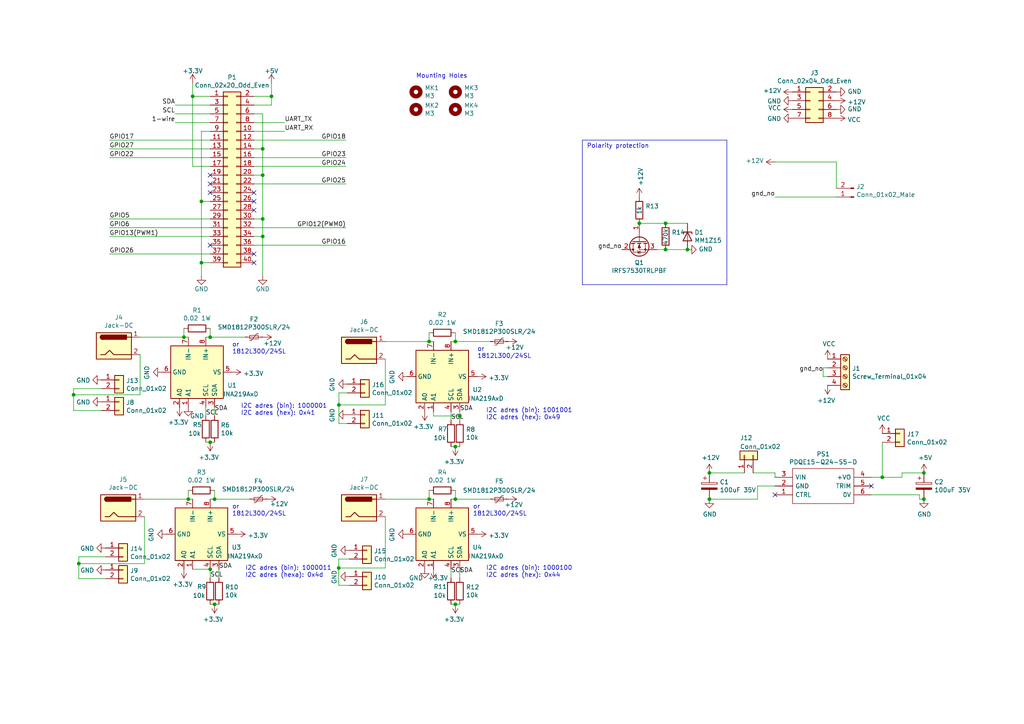
<source format=kicad_sch>
(kicad_sch (version 20230121) (generator eeschema)
  (paper "A4")
  (title_block (date "2020-11-18") (rev "4.1"))
  (lib_symbols
    (symbol "Connector:Conn_01x02_Pin" (pin_names (offset 1.016) hide)
      (property "Reference" "J" (at 0 2.54 0))
      (property "Value" "Conn_01x02_Pin" (at 0 -5.08 0))
      (symbol "Conn_01x02_Pin_1_1"
        (polyline (pts (xy 1.27 -2.54) (xy 0.8636 -2.54)) (stroke (width 0.1524)))
        (polyline (pts (xy 1.27 0) (xy 0.8636 0)) (stroke (width 0.1524)))
        (rectangle (start 0.8636 -2.413) (end 0 -2.667) (stroke (width 0.1524)) (fill (type outline)))
        (rectangle (start 0.8636 0.127) (end 0 -0.127) (stroke (width 0.1524)) (fill (type outline)))
        (pin passive line (at 5.08 0 180) (length 3.81) (name "Pin_1") (number "1"))
        (pin passive line (at 5.08 -2.54 180) (length 3.81) (name "Pin_2") (number "2"))
      )
    )
    (symbol "Connector:Jack-DC" (pin_names (offset 1.016))
      (property "Reference" "J" (at 0 5.334 0))
      (property "Value" "Jack-DC" (at 0 -5.08 0))
      (symbol "Jack-DC_0_1"
        (rectangle (start -5.08 3.81) (end 5.08 -3.81) (stroke (width 0.254)) (fill (type background)))
        (arc (start -3.302 3.175) (mid -3.9343 2.54) (end -3.302 1.905) (stroke (width 0.254)))
        (arc (start -3.302 3.175) (mid -3.9343 2.54) (end -3.302 1.905) (stroke (width 0.254)) (fill (type outline)))
        (polyline (pts (xy 5.08 2.54) (xy 3.81 2.54)) (stroke (width 0.254)))
        (polyline (pts (xy -3.81 -2.54) (xy -2.54 -2.54) (xy -1.27 -1.27) (xy 0 -2.54) (xy 2.54 -2.54) (xy 5.08 -2.54)) (stroke (width 0.254)))
        (rectangle (start 3.683 3.175) (end -3.302 1.905) (stroke (width 0.254)) (fill (type outline)))
      )
      (symbol "Jack-DC_1_1"
        (pin passive line (at 7.62 2.54 180) (length 2.54) (name "~") (number "1"))
        (pin passive line (at 7.62 -2.54 180) (length 2.54) (name "~") (number "2"))
      )
    )
    (symbol "Connector:Screw_Terminal_01x04" (pin_names (offset 1.016) hide)
      (property "Reference" "J" (at 0 5.08 0))
      (property "Value" "Screw_Terminal_01x04" (at 0 -7.62 0))
      (symbol "Screw_Terminal_01x04_1_1"
        (rectangle (start -1.27 3.81) (end 1.27 -6.35) (stroke (width 0.254)) (fill (type background)))
        (circle (center 0 -5.08) (radius 0.635) (stroke (width 0.1524)))
        (circle (center 0 -2.54) (radius 0.635) (stroke (width 0.1524)))
        (polyline (pts (xy -0.5334 -4.7498) (xy 0.3302 -5.588)) (stroke (width 0.1524)))
        (polyline (pts (xy -0.5334 -2.2098) (xy 0.3302 -3.048)) (stroke (width 0.1524)))
        (polyline (pts (xy -0.5334 0.3302) (xy 0.3302 -0.508)) (stroke (width 0.1524)))
        (polyline (pts (xy -0.5334 2.8702) (xy 0.3302 2.032)) (stroke (width 0.1524)))
        (polyline (pts (xy -0.3556 -4.572) (xy 0.508 -5.4102)) (stroke (width 0.1524)))
        (polyline (pts (xy -0.3556 -2.032) (xy 0.508 -2.8702)) (stroke (width 0.1524)))
        (polyline (pts (xy -0.3556 0.508) (xy 0.508 -0.3302)) (stroke (width 0.1524)))
        (polyline (pts (xy -0.3556 3.048) (xy 0.508 2.2098)) (stroke (width 0.1524)))
        (circle (center 0 0) (radius 0.635) (stroke (width 0.1524)))
        (circle (center 0 2.54) (radius 0.635) (stroke (width 0.1524)))
        (pin passive line (at -5.08 2.54 0) (length 3.81) (name "Pin_1") (number "1"))
        (pin passive line (at -5.08 0 0) (length 3.81) (name "Pin_2") (number "2"))
        (pin passive line (at -5.08 -2.54 0) (length 3.81) (name "Pin_3") (number "3"))
        (pin passive line (at -5.08 -5.08 0) (length 3.81) (name "Pin_4") (number "4"))
      )
    )
    (symbol "Connector_Generic:Conn_01x02" (pin_names (offset 1.016) hide)
      (property "Reference" "J" (at 0 2.54 0))
      (property "Value" "Conn_01x02" (at 0 -5.08 0))
      (symbol "Conn_01x02_1_1"
        (rectangle (start -1.27 -2.413) (end 0 -2.667) (stroke (width 0.1524)))
        (rectangle (start -1.27 0.127) (end 0 -0.127) (stroke (width 0.1524)))
        (rectangle (start -1.27 1.27) (end 1.27 -3.81) (stroke (width 0.254)) (fill (type background)))
        (pin passive line (at -5.08 0 0) (length 3.81) (name "Pin_1") (number "1"))
        (pin passive line (at -5.08 -2.54 0) (length 3.81) (name "Pin_2") (number "2"))
      )
    )
    (symbol "Connector_Generic:Conn_02x04_Odd_Even" (pin_names (offset 1.016) hide)
      (property "Reference" "J" (at 1.27 5.08 0))
      (property "Value" "Conn_02x04_Odd_Even" (at 1.27 -7.62 0))
      (symbol "Conn_02x04_Odd_Even_1_1"
        (rectangle (start -1.27 -4.953) (end 0 -5.207) (stroke (width 0.1524)))
        (rectangle (start -1.27 -2.413) (end 0 -2.667) (stroke (width 0.1524)))
        (rectangle (start -1.27 0.127) (end 0 -0.127) (stroke (width 0.1524)))
        (rectangle (start -1.27 2.667) (end 0 2.413) (stroke (width 0.1524)))
        (rectangle (start -1.27 3.81) (end 3.81 -6.35) (stroke (width 0.254)) (fill (type background)))
        (rectangle (start 3.81 -4.953) (end 2.54 -5.207) (stroke (width 0.1524)))
        (rectangle (start 3.81 -2.413) (end 2.54 -2.667) (stroke (width 0.1524)))
        (rectangle (start 3.81 0.127) (end 2.54 -0.127) (stroke (width 0.1524)))
        (rectangle (start 3.81 2.667) (end 2.54 2.413) (stroke (width 0.1524)))
        (pin passive line (at -5.08 2.54 0) (length 3.81) (name "Pin_1") (number "1"))
        (pin passive line (at 7.62 2.54 180) (length 3.81) (name "Pin_2") (number "2"))
        (pin passive line (at -5.08 0 0) (length 3.81) (name "Pin_3") (number "3"))
        (pin passive line (at 7.62 0 180) (length 3.81) (name "Pin_4") (number "4"))
        (pin passive line (at -5.08 -2.54 0) (length 3.81) (name "Pin_5") (number "5"))
        (pin passive line (at 7.62 -2.54 180) (length 3.81) (name "Pin_6") (number "6"))
        (pin passive line (at -5.08 -5.08 0) (length 3.81) (name "Pin_7") (number "7"))
        (pin passive line (at 7.62 -5.08 180) (length 3.81) (name "Pin_8") (number "8"))
      )
    )
    (symbol "Connector_Generic:Conn_02x20_Odd_Even" (pin_names (offset 1.016) hide)
      (property "Reference" "J" (at 1.27 25.4 0))
      (property "Value" "Conn_02x20_Odd_Even" (at 1.27 -27.94 0))
      (symbol "Conn_02x20_Odd_Even_1_1"
        (rectangle (start -1.27 -25.273) (end 0 -25.527) (stroke (width 0.1524)))
        (rectangle (start -1.27 -22.733) (end 0 -22.987) (stroke (width 0.1524)))
        (rectangle (start -1.27 -20.193) (end 0 -20.447) (stroke (width 0.1524)))
        (rectangle (start -1.27 -17.653) (end 0 -17.907) (stroke (width 0.1524)))
        (rectangle (start -1.27 -15.113) (end 0 -15.367) (stroke (width 0.1524)))
        (rectangle (start -1.27 -12.573) (end 0 -12.827) (stroke (width 0.1524)))
        (rectangle (start -1.27 -10.033) (end 0 -10.287) (stroke (width 0.1524)))
        (rectangle (start -1.27 -7.493) (end 0 -7.747) (stroke (width 0.1524)))
        (rectangle (start -1.27 -4.953) (end 0 -5.207) (stroke (width 0.1524)))
        (rectangle (start -1.27 -2.413) (end 0 -2.667) (stroke (width 0.1524)))
        (rectangle (start -1.27 0.127) (end 0 -0.127) (stroke (width 0.1524)))
        (rectangle (start -1.27 2.667) (end 0 2.413) (stroke (width 0.1524)))
        (rectangle (start -1.27 5.207) (end 0 4.953) (stroke (width 0.1524)))
        (rectangle (start -1.27 7.747) (end 0 7.493) (stroke (width 0.1524)))
        (rectangle (start -1.27 10.287) (end 0 10.033) (stroke (width 0.1524)))
        (rectangle (start -1.27 12.827) (end 0 12.573) (stroke (width 0.1524)))
        (rectangle (start -1.27 15.367) (end 0 15.113) (stroke (width 0.1524)))
        (rectangle (start -1.27 17.907) (end 0 17.653) (stroke (width 0.1524)))
        (rectangle (start -1.27 20.447) (end 0 20.193) (stroke (width 0.1524)))
        (rectangle (start -1.27 22.987) (end 0 22.733) (stroke (width 0.1524)))
        (rectangle (start -1.27 24.13) (end 3.81 -26.67) (stroke (width 0.254)) (fill (type background)))
        (rectangle (start 3.81 -25.273) (end 2.54 -25.527) (stroke (width 0.1524)))
        (rectangle (start 3.81 -22.733) (end 2.54 -22.987) (stroke (width 0.1524)))
        (rectangle (start 3.81 -20.193) (end 2.54 -20.447) (stroke (width 0.1524)))
        (rectangle (start 3.81 -17.653) (end 2.54 -17.907) (stroke (width 0.1524)))
        (rectangle (start 3.81 -15.113) (end 2.54 -15.367) (stroke (width 0.1524)))
        (rectangle (start 3.81 -12.573) (end 2.54 -12.827) (stroke (width 0.1524)))
        (rectangle (start 3.81 -10.033) (end 2.54 -10.287) (stroke (width 0.1524)))
        (rectangle (start 3.81 -7.493) (end 2.54 -7.747) (stroke (width 0.1524)))
        (rectangle (start 3.81 -4.953) (end 2.54 -5.207) (stroke (width 0.1524)))
        (rectangle (start 3.81 -2.413) (end 2.54 -2.667) (stroke (width 0.1524)))
        (rectangle (start 3.81 0.127) (end 2.54 -0.127) (stroke (width 0.1524)))
        (rectangle (start 3.81 2.667) (end 2.54 2.413) (stroke (width 0.1524)))
        (rectangle (start 3.81 5.207) (end 2.54 4.953) (stroke (width 0.1524)))
        (rectangle (start 3.81 7.747) (end 2.54 7.493) (stroke (width 0.1524)))
        (rectangle (start 3.81 10.287) (end 2.54 10.033) (stroke (width 0.1524)))
        (rectangle (start 3.81 12.827) (end 2.54 12.573) (stroke (width 0.1524)))
        (rectangle (start 3.81 15.367) (end 2.54 15.113) (stroke (width 0.1524)))
        (rectangle (start 3.81 17.907) (end 2.54 17.653) (stroke (width 0.1524)))
        (rectangle (start 3.81 20.447) (end 2.54 20.193) (stroke (width 0.1524)))
        (rectangle (start 3.81 22.987) (end 2.54 22.733) (stroke (width 0.1524)))
        (pin passive line (at -5.08 22.86 0) (length 3.81) (name "Pin_1") (number "1"))
        (pin passive line (at 7.62 12.7 180) (length 3.81) (name "Pin_10") (number "10"))
        (pin passive line (at -5.08 10.16 0) (length 3.81) (name "Pin_11") (number "11"))
        (pin passive line (at 7.62 10.16 180) (length 3.81) (name "Pin_12") (number "12"))
        (pin passive line (at -5.08 7.62 0) (length 3.81) (name "Pin_13") (number "13"))
        (pin passive line (at 7.62 7.62 180) (length 3.81) (name "Pin_14") (number "14"))
        (pin passive line (at -5.08 5.08 0) (length 3.81) (name "Pin_15") (number "15"))
        (pin passive line (at 7.62 5.08 180) (length 3.81) (name "Pin_16") (number "16"))
        (pin passive line (at -5.08 2.54 0) (length 3.81) (name "Pin_17") (number "17"))
        (pin passive line (at 7.62 2.54 180) (length 3.81) (name "Pin_18") (number "18"))
        (pin passive line (at -5.08 0 0) (length 3.81) (name "Pin_19") (number "19"))
        (pin passive line (at 7.62 22.86 180) (length 3.81) (name "Pin_2") (number "2"))
        (pin passive line (at 7.62 0 180) (length 3.81) (name "Pin_20") (number "20"))
        (pin passive line (at -5.08 -2.54 0) (length 3.81) (name "Pin_21") (number "21"))
        (pin passive line (at 7.62 -2.54 180) (length 3.81) (name "Pin_22") (number "22"))
        (pin passive line (at -5.08 -5.08 0) (length 3.81) (name "Pin_23") (number "23"))
        (pin passive line (at 7.62 -5.08 180) (length 3.81) (name "Pin_24") (number "24"))
        (pin passive line (at -5.08 -7.62 0) (length 3.81) (name "Pin_25") (number "25"))
        (pin passive line (at 7.62 -7.62 180) (length 3.81) (name "Pin_26") (number "26"))
        (pin passive line (at -5.08 -10.16 0) (length 3.81) (name "Pin_27") (number "27"))
        (pin passive line (at 7.62 -10.16 180) (length 3.81) (name "Pin_28") (number "28"))
        (pin passive line (at -5.08 -12.7 0) (length 3.81) (name "Pin_29") (number "29"))
        (pin passive line (at -5.08 20.32 0) (length 3.81) (name "Pin_3") (number "3"))
        (pin passive line (at 7.62 -12.7 180) (length 3.81) (name "Pin_30") (number "30"))
        (pin passive line (at -5.08 -15.24 0) (length 3.81) (name "Pin_31") (number "31"))
        (pin passive line (at 7.62 -15.24 180) (length 3.81) (name "Pin_32") (number "32"))
        (pin passive line (at -5.08 -17.78 0) (length 3.81) (name "Pin_33") (number "33"))
        (pin passive line (at 7.62 -17.78 180) (length 3.81) (name "Pin_34") (number "34"))
        (pin passive line (at -5.08 -20.32 0) (length 3.81) (name "Pin_35") (number "35"))
        (pin passive line (at 7.62 -20.32 180) (length 3.81) (name "Pin_36") (number "36"))
        (pin passive line (at -5.08 -22.86 0) (length 3.81) (name "Pin_37") (number "37"))
        (pin passive line (at 7.62 -22.86 180) (length 3.81) (name "Pin_38") (number "38"))
        (pin passive line (at -5.08 -25.4 0) (length 3.81) (name "Pin_39") (number "39"))
        (pin passive line (at 7.62 20.32 180) (length 3.81) (name "Pin_4") (number "4"))
        (pin passive line (at 7.62 -25.4 180) (length 3.81) (name "Pin_40") (number "40"))
        (pin passive line (at -5.08 17.78 0) (length 3.81) (name "Pin_5") (number "5"))
        (pin passive line (at 7.62 17.78 180) (length 3.81) (name "Pin_6") (number "6"))
        (pin passive line (at -5.08 15.24 0) (length 3.81) (name "Pin_7") (number "7"))
        (pin passive line (at 7.62 15.24 180) (length 3.81) (name "Pin_8") (number "8"))
        (pin passive line (at -5.08 12.7 0) (length 3.81) (name "Pin_9") (number "9"))
      )
    )
    (symbol "Device:C_Polarized" (pin_numbers hide) (pin_names (offset 0.254))
      (property "Reference" "C" (at 0.635 2.54 0))
      (property "Value" "C_Polarized" (at 0.635 -2.54 0))
      (symbol "C_Polarized_0_1"
        (rectangle (start -2.286 0.508) (end 2.286 1.016))
        (polyline (pts (xy -1.778 2.286) (xy -0.762 2.286)))
        (polyline (pts (xy -1.27 2.794) (xy -1.27 1.778)))
        (rectangle (start 2.286 -0.508) (end -2.286 -1.016) (fill (type outline)))
      )
      (symbol "C_Polarized_1_1"
        (pin passive line (at 0 3.81 270) (length 2.794) (name "~") (number "1"))
        (pin passive line (at 0 -3.81 90) (length 2.794) (name "~") (number "2"))
      )
    )
    (symbol "Device:D_Zener" (pin_numbers hide) (pin_names (offset 1.016) hide)
      (property "Reference" "D" (at 0 2.54 0))
      (property "Value" "D_Zener" (at 0 -2.54 0))
      (symbol "D_Zener_0_1"
        (polyline (pts (xy 1.27 0) (xy -1.27 0)))
        (polyline (pts (xy -1.27 -1.27) (xy -1.27 1.27) (xy -0.762 1.27)) (stroke (width 0.254)))
        (polyline (pts (xy 1.27 -1.27) (xy 1.27 1.27) (xy -1.27 0) (xy 1.27 -1.27)) (stroke (width 0.254)))
      )
      (symbol "D_Zener_1_1"
        (pin passive line (at -3.81 0 0) (length 2.54) (name "K") (number "1"))
        (pin passive line (at 3.81 0 180) (length 2.54) (name "A") (number "2"))
      )
    )
    (symbol "Device:Polyfuse_Small" (pin_numbers hide) (pin_names (offset 0))
      (property "Reference" "F" (at -1.905 0 90))
      (property "Value" "Polyfuse_Small" (at 1.905 0 90))
      (symbol "Polyfuse_Small_0_1"
        (rectangle (start -0.508 1.27) (end 0.508 -1.27))
        (polyline (pts (xy 0 2.54) (xy 0 -2.54)))
        (polyline (pts (xy -1.016 1.27) (xy -1.016 0.762) (xy 1.016 -0.762) (xy 1.016 -1.27)))
      )
      (symbol "Polyfuse_Small_1_1"
        (pin passive line (at 0 2.54 270) (length 0.635) (name "~") (number "1"))
        (pin passive line (at 0 -2.54 90) (length 0.635) (name "~") (number "2"))
      )
    )
    (symbol "Device:R" (pin_numbers hide) (pin_names (offset 0))
      (property "Reference" "R" (at 2.032 0 90))
      (property "Value" "R" (at 0 0 90))
      (symbol "R_0_1"
        (rectangle (start -1.016 -2.54) (end 1.016 2.54) (stroke (width 0.254)))
      )
      (symbol "R_1_1"
        (pin passive line (at 0 3.81 270) (length 1.27) (name "~") (number "1"))
        (pin passive line (at 0 -3.81 90) (length 1.27) (name "~") (number "2"))
      )
    )
    (symbol "PDQE15-Q24-S5-D:PDQE15-Q24-S5-D" (pin_names (offset 0.762))
      (property "Reference" "PS" (at 24.13 7.62 0))
      (property "Value" "PDQE15-Q24-S5-D" (at 24.13 5.08 0))
      (symbol "PDQE15-Q24-S5-D_0_0"
        (pin unspecified line (at 0 0 0) (length 5.08) (name "CTRL") (number "1"))
        (pin unspecified line (at 0 -2.54 0) (length 5.08) (name "GND") (number "2"))
        (pin unspecified line (at 0 -5.08 0) (length 5.08) (name "VIN") (number "3"))
        (pin unspecified line (at 27.94 -5.08 180) (length 5.08) (name "+VO") (number "4"))
        (pin unspecified line (at 27.94 -2.54 180) (length 5.08) (name "TRIM") (number "5"))
        (pin unspecified line (at 27.94 0 180) (length 5.08) (name "0V") (number "6"))
      )
      (symbol "PDQE15-Q24-S5-D_0_1"
        (polyline (pts (xy 5.08 2.54) (xy 22.86 2.54) (xy 22.86 -7.62) (xy 5.08 -7.62) (xy 5.08 2.54)) (stroke (width 0.1524)))
      )
    )
    (symbol "Sensor_Energy:INA219AxD"
      (property "Reference" "U" (at -6.35 8.89 0))
      (property "Value" "INA219AxD" (at 5.08 8.89 0))
      (symbol "INA219AxD_0_1"
        (rectangle (start -7.62 7.62) (end 7.62 -7.62) (stroke (width 0.254)) (fill (type background)))
      )
      (symbol "INA219AxD_1_1"
        (pin input line (at 10.16 -2.54 180) (length 2.54) (name "A1") (number "1"))
        (pin input line (at 10.16 -5.08 180) (length 2.54) (name "A0") (number "2"))
        (pin bidirectional line (at 10.16 5.08 180) (length 2.54) (name "SDA") (number "3"))
        (pin input line (at 10.16 2.54 180) (length 2.54) (name "SCL") (number "4"))
        (pin power_in line (at 0 10.16 270) (length 2.54) (name "VS") (number "5"))
        (pin power_in line (at 0 -10.16 90) (length 2.54) (name "GND") (number "6"))
        (pin input line (at -10.16 -2.54 0) (length 2.54) (name "IN-") (number "7"))
        (pin input line (at -10.16 2.54 0) (length 2.54) (name "IN+") (number "8"))
      )
    )
    (symbol "Transistor_FET:IRF540N" (pin_names hide)
      (property "Reference" "Q" (at 6.35 1.905 0))
      (property "Value" "IRF540N" (at 6.35 0 0))
      (symbol "IRF540N_0_1"
        (polyline (pts (xy 0.254 0) (xy -2.54 0)))
        (polyline (pts (xy 0.254 1.905) (xy 0.254 -1.905)) (stroke (width 0.254)))
        (polyline (pts (xy 0.762 -1.27) (xy 0.762 -2.286)) (stroke (width 0.254)))
        (polyline (pts (xy 0.762 0.508) (xy 0.762 -0.508)) (stroke (width 0.254)))
        (polyline (pts (xy 0.762 2.286) (xy 0.762 1.27)) (stroke (width 0.254)))
        (polyline (pts (xy 2.54 2.54) (xy 2.54 1.778)))
        (polyline (pts (xy 2.54 -2.54) (xy 2.54 0) (xy 0.762 0)))
        (polyline (pts (xy 0.762 -1.778) (xy 3.302 -1.778) (xy 3.302 1.778) (xy 0.762 1.778)))
        (polyline (pts (xy 1.016 0) (xy 2.032 0.381) (xy 2.032 -0.381) (xy 1.016 0)) (fill (type outline)))
        (polyline (pts (xy 2.794 0.508) (xy 2.921 0.381) (xy 3.683 0.381) (xy 3.81 0.254)))
        (polyline (pts (xy 3.302 0.381) (xy 2.921 -0.254) (xy 3.683 -0.254) (xy 3.302 0.381)))
        (circle (center 1.651 0) (radius 2.794) (stroke (width 0.254)))
        (circle (center 2.54 -1.778) (radius 0.254) (fill (type outline)))
        (circle (center 2.54 1.778) (radius 0.254) (fill (type outline)))
      )
      (symbol "IRF540N_1_1"
        (pin input line (at -5.08 0 0) (length 2.54) (name "G") (number "1"))
        (pin passive line (at 2.54 5.08 270) (length 2.54) (name "D") (number "2"))
        (pin passive line (at 2.54 -5.08 90) (length 2.54) (name "S") (number "3"))
      )
    )
    (symbol "alim_hate-rescue:Mounting_Hole-Mechanical" (pin_names (offset 1.016))
      (property "Reference" "MK" (at 0 5.08 0))
      (property "Value" "Mounting_Hole-Mechanical" (at 0 3.175 0))
      (symbol "Mounting_Hole-Mechanical_0_1"
        (circle (center 0 0) (radius 1.27) (stroke (width 1.27)))
      )
    )
    (symbol "power:+12V" (power) (pin_names (offset 0))
      (property "Value" "+12V" (at 0 3.556 0))
      (symbol "+12V_0_1"
        (polyline (pts (xy -0.762 1.27) (xy 0 2.54)))
        (polyline (pts (xy 0 0) (xy 0 2.54)))
        (polyline (pts (xy 0 2.54) (xy 0.762 1.27)))
      )
      (symbol "+12V_1_1"
        (pin power_in line (at 0 0 90) (length 0) hide (name "+12V") (number "1"))
      )
    )
    (symbol "power:+3.3V" (power) (pin_names (offset 0))
      (property "Value" "+3.3V" (at 0 3.556 0))
      (symbol "+3.3V_0_1"
        (polyline (pts (xy -0.762 1.27) (xy 0 2.54)))
        (polyline (pts (xy 0 0) (xy 0 2.54)))
        (polyline (pts (xy 0 2.54) (xy 0.762 1.27)))
      )
      (symbol "+3.3V_1_1"
        (pin power_in line (at 0 0 90) (length 0) hide (name "+3.3V") (number "1"))
      )
    )
    (symbol "power:+5V" (power) (pin_names (offset 0))
      (property "Value" "+5V" (at 0 3.556 0))
      (symbol "+5V_0_1"
        (polyline (pts (xy -0.762 1.27) (xy 0 2.54)))
        (polyline (pts (xy 0 0) (xy 0 2.54)))
        (polyline (pts (xy 0 2.54) (xy 0.762 1.27)))
      )
      (symbol "+5V_1_1"
        (pin power_in line (at 0 0 90) (length 0) hide (name "+5V") (number "1"))
      )
    )
    (symbol "power:GND" (power) (pin_names (offset 0))
      (property "Value" "GND" (at 0 -3.81 0))
      (symbol "GND_0_1"
        (polyline (pts (xy 0 0) (xy 0 -1.27) (xy 1.27 -1.27) (xy 0 -2.54) (xy -1.27 -1.27) (xy 0 -1.27)))
      )
      (symbol "GND_1_1"
        (pin power_in line (at 0 0 270) (length 0) hide (name "GND") (number "1"))
      )
    )
    (symbol "power:VCC" (power) (pin_names (offset 0))
      (property "Value" "VCC" (at 0 3.81 0))
      (symbol "VCC_0_1"
        (polyline (pts (xy -0.762 1.27) (xy 0 2.54)))
        (polyline (pts (xy 0 0) (xy 0 2.54)))
        (polyline (pts (xy 0 2.54) (xy 0.762 1.27)))
      )
      (symbol "VCC_1_1"
        (pin power_in line (at 0 0 90) (length 0) hide (name "VCC") (number "1"))
      )
    )
  )
  (junction (at 199.39 72.39))
  (junction (at 267.97 144.78))
  (junction (at 78.74 27.94))
  (junction (at 124.46 144.78))
  (junction (at 98.298 117.4496))
  (junction (at 21.336 114.5032))
  (junction (at 62.23 175.26))
  (junction (at 60.96 128.27))
  (junction (at 60.96 97.79))
  (junction (at 54.61 144.78))
  (junction (at 76.2 43.18))
  (junction (at 76.2 63.5))
  (junction (at 22.86 163.4744))
  (junction (at 55.88 27.94))
  (junction (at 133.35 120.65))
  (junction (at 98.2472 164.7444))
  (junction (at 58.42 58.42))
  (junction (at 58.42 76.2))
  (junction (at 132.08 99.06))
  (junction (at 132.08 129.54))
  (junction (at 62.23 144.78))
  (junction (at 124.46 99.06))
  (junction (at 205.74 137.16))
  (junction (at 76.2 50.8))
  (junction (at 76.2 68.58))
  (junction (at 205.74 144.78))
  (junction (at 53.34 97.79))
  (junction (at 193.04 72.39))
  (junction (at 193.04 64.77))
  (junction (at 132.08 144.78))
  (junction (at 267.97 137.16))
  (junction (at 185.42 64.77))
  (junction (at 255.905 138.43))
  (junction (at 132.08 175.26))
  (junction (at 60.96 165.1))
  (no_connect (at 73.66 55.88))
  (no_connect (at 73.66 73.66))
  (no_connect (at 60.96 53.34))
  (no_connect (at 60.96 55.88))
  (no_connect (at 224.79 143.51))
  (no_connect (at 73.66 60.96))
  (no_connect (at 73.66 58.42))
  (no_connect (at 60.96 71.12))
  (no_connect (at 60.96 50.8))
  (no_connect (at 73.66 76.2))
  (no_connect (at 252.73 140.97))
  (wire (pts (xy 130.81 129.54) (xy 132.08 129.54)))
  (wire (pts (xy 98.298 122.8344) (xy 98.298 117.4496)))
  (wire (pts (xy 62.23 175.26) (xy 63.5 175.26)))
  (wire (pts (xy 133.35 165.1) (xy 133.35 167.64)))
  (wire (pts (xy 238.76 106.68) (xy 238.76 109.22)))
  (polyline (pts (xy 168.91 82.55) (xy 168.91 40.64)))
  (wire (pts (xy 73.66 71.12) (xy 100.33 71.12)))
  (wire (pts (xy 76.2 33.02) (xy 73.66 33.02)))
  (wire (pts (xy 255.905 128.27) (xy 255.905 138.43)))
  (wire (pts (xy 60.96 95.25) (xy 60.96 97.79)))
  (wire (pts (xy 76.2 50.8) (xy 76.2 63.5)))
  (wire (pts (xy 133.35 120.65) (xy 133.35 121.92)))
  (wire (pts (xy 53.34 95.25) (xy 53.34 97.79)))
  (wire (pts (xy 21.336 114.5032) (xy 21.336 119.0752)))
  (wire (pts (xy 132.08 129.54) (xy 133.35 129.54)))
  (wire (pts (xy 205.74 144.78) (xy 219.71 144.78)))
  (wire (pts (xy 54.61 144.78) (xy 55.88 144.78)))
  (wire (pts (xy 73.66 66.04) (xy 100.33 66.04)))
  (wire (pts (xy 55.88 48.26) (xy 60.96 48.26)))
  (wire (pts (xy 58.42 38.1) (xy 60.96 38.1)))
  (wire (pts (xy 266.7 144.78) (xy 267.97 144.78)))
  (wire (pts (xy 252.73 143.51) (xy 266.7 143.51)))
  (wire (pts (xy 224.79 137.16) (xy 224.79 138.43)))
  (wire (pts (xy 124.46 96.52) (xy 124.46 99.06)))
  (wire (pts (xy 130.81 99.06) (xy 132.08 99.06)))
  (wire (pts (xy 76.2 63.5) (xy 73.66 63.5)))
  (wire (pts (xy 53.34 97.79) (xy 54.61 97.79)))
  (wire (pts (xy 76.2 33.02) (xy 76.2 43.18)))
  (wire (pts (xy 40.64 97.79) (xy 53.34 97.79)))
  (wire (pts (xy 98.298 113.9444) (xy 100.7364 113.9444)))
  (wire (pts (xy 130.81 175.26) (xy 132.08 175.26)))
  (wire (pts (xy 78.74 30.48) (xy 73.66 30.48)))
  (wire (pts (xy 73.66 45.72) (xy 100.33 45.72)))
  (wire (pts (xy 130.81 144.78) (xy 132.08 144.78)))
  (wire (pts (xy 111.76 99.06) (xy 124.46 99.06)))
  (wire (pts (xy 190.5 72.39) (xy 193.04 72.39)))
  (wire (pts (xy 31.75 63.5) (xy 60.96 63.5)))
  (wire (pts (xy 60.96 35.56) (xy 50.8 35.56)))
  (wire (pts (xy 78.74 27.94) (xy 78.74 30.48)))
  (wire (pts (xy 132.08 175.26) (xy 133.35 175.26)))
  (wire (pts (xy 31.75 66.04) (xy 60.96 66.04)))
  (wire (pts (xy 78.74 24.13) (xy 78.74 27.94)))
  (wire (pts (xy 73.66 35.56) (xy 82.55 35.56)))
  (wire (pts (xy 55.88 24.13) (xy 55.88 27.94)))
  (wire (pts (xy 58.42 58.42) (xy 58.42 76.2)))
  (wire (pts (xy 132.08 99.06) (xy 142.24 99.06)))
  (wire (pts (xy 41.91 149.86) (xy 41.91 163.4744)))
  (wire (pts (xy 111.76 117.4496) (xy 98.298 117.4496)))
  (wire (pts (xy 60.96 144.78) (xy 62.23 144.78)))
  (wire (pts (xy 133.35 119.38) (xy 133.35 120.65)))
  (wire (pts (xy 22.86 163.4744) (xy 22.86 167.8432)))
  (wire (pts (xy 132.08 144.78) (xy 142.24 144.78)))
  (polyline (pts (xy 210.82 40.64) (xy 210.82 82.55)))
  (wire (pts (xy 54.61 142.24) (xy 54.61 144.78)))
  (wire (pts (xy 76.2 68.58) (xy 73.66 68.58)))
  (wire (pts (xy 98.298 122.8344) (xy 100.7364 122.8344)))
  (wire (pts (xy 62.23 144.78) (xy 72.39 144.78)))
  (wire (pts (xy 240.03 106.68) (xy 238.76 106.68)))
  (wire (pts (xy 76.2 68.58) (xy 76.2 80.01)))
  (wire (pts (xy 111.76 164.7444) (xy 111.76 149.86)))
  (wire (pts (xy 78.74 27.94) (xy 73.66 27.94)))
  (wire (pts (xy 124.46 144.78) (xy 125.73 144.78)))
  (wire (pts (xy 41.91 163.4744) (xy 22.86 163.4744)))
  (wire (pts (xy 261.62 138.43) (xy 261.62 137.16)))
  (wire (pts (xy 224.79 57.15) (xy 242.57 57.15)))
  (wire (pts (xy 41.91 144.78) (xy 54.61 144.78)))
  (wire (pts (xy 266.7 143.51) (xy 266.7 144.78)))
  (wire (pts (xy 101.346 169.7736) (xy 98.2472 169.7736)))
  (wire (pts (xy 60.96 97.79) (xy 71.12 97.79)))
  (wire (pts (xy 73.66 53.34) (xy 100.33 53.34)))
  (wire (pts (xy 238.76 109.22) (xy 240.03 109.22)))
  (wire (pts (xy 205.74 137.16) (xy 215.9 137.16)))
  (wire (pts (xy 252.73 138.43) (xy 255.905 138.43)))
  (wire (pts (xy 62.23 118.11) (xy 62.23 120.65)))
  (wire (pts (xy 58.42 38.1) (xy 58.42 58.42)))
  (wire (pts (xy 130.81 119.38) (xy 130.81 121.92)))
  (wire (pts (xy 21.336 119.0752) (xy 29.464 119.0752)))
  (wire (pts (xy 50.8 33.02) (xy 60.96 33.02)))
  (wire (pts (xy 30.607 161.4932) (xy 22.86 161.4932)))
  (wire (pts (xy 124.46 142.24) (xy 124.46 144.78)))
  (wire (pts (xy 73.66 38.1) (xy 82.55 38.1)))
  (wire (pts (xy 132.08 96.52) (xy 132.08 99.06)))
  (wire (pts (xy 219.71 140.97) (xy 224.79 140.97)))
  (wire (pts (xy 31.75 43.18) (xy 60.96 43.18)))
  (wire (pts (xy 242.57 54.61) (xy 242.57 46.99)))
  (wire (pts (xy 55.88 27.94) (xy 55.88 48.26)))
  (wire (pts (xy 40.64 102.87) (xy 40.64 114.5032)))
  (wire (pts (xy 60.96 175.26) (xy 62.23 175.26)))
  (wire (pts (xy 60.96 68.58) (xy 31.75 68.58)))
  (wire (pts (xy 98.2472 164.7444) (xy 98.2472 162.1536)))
  (wire (pts (xy 111.76 104.14) (xy 111.76 117.4496)))
  (wire (pts (xy 76.2 63.5) (xy 76.2 68.58)))
  (wire (pts (xy 60.96 165.1) (xy 60.96 167.64)))
  (wire (pts (xy 58.42 76.2) (xy 58.42 80.01)))
  (wire (pts (xy 98.2472 169.7736) (xy 98.2472 164.7444)))
  (wire (pts (xy 21.336 112.7252) (xy 21.336 114.5032)))
  (wire (pts (xy 60.96 40.64) (xy 31.75 40.64)))
  (wire (pts (xy 98.2472 164.7444) (xy 111.76 164.7444)))
  (wire (pts (xy 98.2472 162.1536) (xy 101.346 162.1536)))
  (wire (pts (xy 218.44 137.16) (xy 224.79 137.16)))
  (wire (pts (xy 60.96 128.27) (xy 62.23 128.27)))
  (wire (pts (xy 31.75 45.72) (xy 60.96 45.72)))
  (wire (pts (xy 22.86 161.4932) (xy 22.86 163.4744)))
  (wire (pts (xy 59.69 97.79) (xy 60.96 97.79)))
  (wire (pts (xy 193.04 72.39) (xy 199.39 72.39)))
  (wire (pts (xy 76.2 50.8) (xy 73.66 50.8)))
  (wire (pts (xy 133.35 120.65) (xy 125.73 120.65)))
  (polyline (pts (xy 168.91 82.55) (xy 210.82 82.55)))
  (wire (pts (xy 125.73 120.65) (xy 125.73 119.38)))
  (wire (pts (xy 76.2 43.18) (xy 76.2 50.8)))
  (wire (pts (xy 59.69 118.11) (xy 59.69 120.65)))
  (wire (pts (xy 111.76 144.78) (xy 124.46 144.78)))
  (wire (pts (xy 55.88 27.94) (xy 60.96 27.94)))
  (wire (pts (xy 58.42 76.2) (xy 60.96 76.2)))
  (wire (pts (xy 132.08 142.24) (xy 132.08 144.78)))
  (wire (pts (xy 62.23 142.24) (xy 62.23 144.78)))
  (wire (pts (xy 224.79 46.99) (xy 242.57 46.99)))
  (wire (pts (xy 22.86 167.8432) (xy 30.607 167.8432)))
  (wire (pts (xy 58.42 58.42) (xy 60.96 58.42)))
  (wire (pts (xy 130.81 165.1) (xy 130.81 167.64)))
  (wire (pts (xy 55.88 165.1) (xy 60.96 165.1)))
  (wire (pts (xy 29.464 112.7252) (xy 21.336 112.7252)))
  (wire (pts (xy 40.64 114.5032) (xy 21.336 114.5032)))
  (wire (pts (xy 76.2 43.18) (xy 73.66 43.18)))
  (wire (pts (xy 261.62 137.16) (xy 267.97 137.16)))
  (wire (pts (xy 124.46 99.06) (xy 125.73 99.06)))
  (wire (pts (xy 98.298 117.4496) (xy 98.298 113.9444)))
  (wire (pts (xy 185.42 64.77) (xy 193.04 64.77)))
  (wire (pts (xy 63.5 165.1) (xy 63.5 167.64)))
  (wire (pts (xy 73.66 48.26) (xy 100.33 48.26)))
  (polyline (pts (xy 168.91 40.64) (xy 210.82 40.64)))
  (wire (pts (xy 59.69 128.27) (xy 60.96 128.27)))
  (wire (pts (xy 73.66 40.64) (xy 100.33 40.64)))
  (wire (pts (xy 219.71 140.97) (xy 219.71 144.78)))
  (wire (pts (xy 31.75 73.66) (xy 60.96 73.66)))
  (wire (pts (xy 255.905 138.43) (xy 261.62 138.43)))
  (wire (pts (xy 60.96 30.48) (xy 50.8 30.48)))
  (wire (pts (xy 199.39 64.77) (xy 193.04 64.77)))
  (text "or\n1812L300/24SL" (at 138.43 104.14 0) (effects (font (size 1.27 1.27)) (justify left bottom)))
  (text "I2C adres (bin): 1000100\nI2C adres (hex): 0x44" (at 140.97 167.64 0) (effects (font (size 1.27 1.27)) (justify left bottom)))
  (text "Mounting Holes" (at 120.65 22.86 0) (effects (font (size 1.27 1.27)) (justify left bottom)))
  (text "I2C adres (bin): 1001001\nI2C adres (hex): 0x49" (at 140.97 121.92 0) (effects (font (size 1.27 1.27)) (justify left bottom)))
  (text "or\n1812L300/24SL" (at 67.31 149.86 0) (effects (font (size 1.27 1.27)) (justify left bottom)))
  (text "I2C adres (bin): 1000001\nI2C adres (hex): 0x41" (at 69.85 120.65 0) (effects (font (size 1.27 1.27)) (justify left bottom)))
  (text "Polarity protection" (at 170.18 43.18 0) (effects (font (size 1.27 1.27)) (justify left bottom)))
  (text "I2C adres (bin): 1000011\nI2C adres (hexa): 0x4d" (at 71.12 167.64 0) (effects (font (size 1.27 1.27)) (justify left bottom)))
  (text "or\n1812L300/24SL" (at 67.31 102.87 0) (effects (font (size 1.27 1.27)) (justify left bottom)))
  (text "or\n1812L300/24SL" (at 137.16 149.86 0) (effects (font (size 1.27 1.27)) (justify left bottom)))
  (label "GPIO6" (at 31.75 66.04 0))
  (label "SCL" (at 50.8 33.02 180))
  (label "SDA" (at 63.5 165.1 0))
  (label "GPIO18" (at 100.33 40.64 180))
  (label "SDA" (at 62.23 119.38 0))
  (label "GPIO26" (at 31.75 73.66 0))
  (label "gnd_no" (at 224.79 57.15 180))
  (label "GPIO12(PWM0)" (at 100.33 66.04 180))
  (label "SCL" (at 59.69 120.65 0))
  (label "gnd_no" (at 180.34 72.39 180))
  (label "SCL" (at 130.81 121.92 0))
  (label "GPIO17" (at 31.75 40.64 0))
  (label "SDA" (at 50.8 30.48 180))
  (label "GPIO13(PWM1)" (at 31.75 68.58 0))
  (label "SCL" (at 130.81 166.37 0))
  (label "GPIO24" (at 100.33 48.26 180))
  (label "GPIO16" (at 100.33 71.12 180))
  (label "SDA" (at 133.35 119.38 0))
  (label "UART_RX" (at 82.55 38.1 0))
  (label "SCL" (at 60.96 167.64 0))
  (label "GPIO5" (at 31.75 63.5 0))
  (label "GPIO27" (at 31.75 43.18 0))
  (label "UART_TX" (at 82.55 35.56 0))
  (label "SDA" (at 133.35 166.37 0))
  (label "1-wire" (at 50.8 35.56 180))
  (label "GPIO25" (at 100.33 53.34 180))
  (label "gnd_no" (at 238.76 107.95 180))
  (label "GPIO23" (at 100.33 45.72 180))
  (label "GPIO22" (at 31.75 45.72 0))
  (symbol (lib_id "power:+5V") (at 78.74 24.13 0) (unit 1)
    (property "Reference" "#PWR01" (effects hide))
    (property "Value" "+5V" (at 78.74 20.574 0))
  )
  (symbol (lib_id "power:+3.3V") (at 55.88 24.13 0) (unit 1)
    (property "Reference" "#PWR04" (effects hide))
    (property "Value" "+3.3V" (at 55.88 20.574 0))
  )
  (symbol (lib_id "power:GND") (at 76.2 80.01 0) (unit 1)
    (property "Reference" "#PWR02" (effects hide))
    (property "Value" "GND" (at 76.2 83.82 0))
  )
  (symbol (lib_id "power:GND") (at 58.42 80.01 0) (unit 1)
    (property "Reference" "#PWR03" (effects hide))
    (property "Value" "GND" (at 58.42 83.82 0))
  )
  (symbol (lib_id "alim_hate-rescue:Mounting_Hole-Mechanical") (at 120.65 26.67 0) (unit 1)
    (property "Reference" "MK1" (at 123.19 25.5016 0) (effects (justify left)))
    (property "Value" "M3" (at 123.19 27.813 0) (effects (justify left)))
    (property "Footprint" "MountingHole:MountingHole_3.2mm_M3" (effects hide))
  )
  (symbol (lib_id "alim_hate-rescue:Mounting_Hole-Mechanical") (at 132.08 26.67 0) (unit 1)
    (property "Reference" "MK3" (at 134.62 25.5016 0) (effects (justify left)))
    (property "Value" "M3" (at 134.62 27.813 0) (effects (justify left)))
    (property "Footprint" "MountingHole:MountingHole_3.2mm_M3" (effects hide))
  )
  (symbol (lib_id "alim_hate-rescue:Mounting_Hole-Mechanical") (at 120.65 31.75 0) (unit 1)
    (property "Reference" "MK2" (at 123.19 30.5816 0) (effects (justify left)))
    (property "Value" "M3" (at 123.19 32.893 0) (effects (justify left)))
    (property "Footprint" "MountingHole:MountingHole_3.2mm_M3" (effects hide))
  )
  (symbol (lib_id "alim_hate-rescue:Mounting_Hole-Mechanical") (at 132.08 31.75 0) (unit 1)
    (property "Reference" "MK4" (at 134.62 30.5816 0) (effects (justify left)))
    (property "Value" "M3" (at 134.62 32.893 0) (effects (justify left)))
    (property "Footprint" "MountingHole:MountingHole_3.2mm_M3" (effects hide))
  )
  (symbol (lib_id "Connector_Generic:Conn_02x20_Odd_Even") (at 66.04 50.8 0) (unit 1)
    (property "Reference" "P1" (at 67.31 22.4282 0))
    (property "Value" "Conn_02x20_Odd_Even" (at 67.31 24.7396 0))
    (property "Footprint" "Connector_PinSocket_2.54mm:PinSocket_2x20_P2.54mm_Vertical" (effects hide))
  )
  (symbol (lib_id "Connector:Screw_Terminal_01x04") (at 245.11 106.68 0) (unit 1)
    (property "Reference" "J1" (at 247.142 106.8832 0) (effects (justify left)))
    (property "Value" "Screw_Terminal_01x04" (at 247.142 109.1946 0) (effects (justify left)))
    (property "Footprint" "TerminalBlock:TerminalBlock_bornier-4_P5.08mm" (effects hide))
  )
  (symbol (lib_id "power:VCC") (at 240.03 104.14 0) (unit 1)
    (property "Reference" "#PWR0104" (effects hide))
    (property "Value" "VCC" (at 240.4618 99.7458 0))
  )
  (symbol (lib_id "Device:C_Polarized") (at 205.74 140.97 0) (unit 1)
    (property "Reference" "C1" (at 208.7372 139.8016 0) (effects (justify left)))
    (property "Value" "100uF 35V" (at 208.7372 142.113 0) (effects (justify left)))
    (property "Footprint" "Capacitor_SMD:CP_Elec_6.3x7.7" (effects hide))
    (property "LCSC" "C134792" (effects hide))
  )
  (symbol (lib_id "Device:C_Polarized") (at 267.97 140.97 0) (unit 1)
    (property "Reference" "C2" (at 270.9672 139.8016 0) (effects (justify left)))
    (property "Value" "100uF 35V" (at 270.9672 142.113 0) (effects (justify left)))
    (property "Footprint" "Capacitor_SMD:CP_Elec_6.3x7.7" (effects hide))
    (property "LCSC" "C134792" (effects hide))
  )
  (symbol (lib_id "power:GND") (at 205.74 144.78 0) (unit 1)
    (property "Reference" "#PWR0111" (effects hide))
    (property "Value" "GND" (at 205.867 149.1742 0))
  )
  (symbol (lib_id "power:+12V") (at 205.74 137.16 0) (unit 1)
    (property "Reference" "#PWR0112" (effects hide))
    (property "Value" "+12V" (at 206.121 132.7658 0))
  )
  (symbol (lib_id "power:+5V") (at 267.97 137.16 0) (unit 1)
    (property "Reference" "#PWR0113" (effects hide))
    (property "Value" "+5V" (at 268.351 132.7658 0))
  )
  (symbol (lib_id "power:GND") (at 267.97 144.78 0) (unit 1)
    (property "Reference" "#PWR0114" (effects hide))
    (property "Value" "GND" (at 268.097 149.1742 0))
  )
  (symbol (lib_id "PDQE15-Q24-S5-D:PDQE15-Q24-S5-D") (at 224.79 143.51 0) (mirror x) (unit 1)
    (property "Reference" "PS1" (at 238.76 131.699 0))
    (property "Value" "PDQE15-Q24-S5-D" (at 238.76 134.0104 0))
    (property "Footprint" "pdq:PDQE15Q24S5D" (effects hide))
    (property "Description" "Isolated DC/DC Converters isolated, 15 W, 9 36 Vdc input, 5 Vdc, 3 A, single regulated output, DIP" (effects hide))
    (property "Height" "12.2" (effects hide))
    (property "Manufacturer_Name" "CUI Devices" (effects hide))
    (property "Manufacturer_Part_Number" "PDQE15-Q24-S5-D" (effects hide))
  )
  (symbol (lib_id "Connector_Generic:Conn_01x02") (at 35.687 165.3032 0) (unit 1)
    (property "Reference" "J9" (at 37.719 165.5064 0) (effects (justify left)))
    (property "Value" "Conn_01x02" (at 37.719 167.8178 0) (effects (justify left)))
    (property "Footprint" "Connector_PinHeader_2.54mm:PinHeader_1x02_P2.54mm_Vertical" (effects hide))
  )
  (symbol (lib_id "Connector:Jack-DC") (at 34.29 147.32 0) (unit 1)
    (property "Reference" "J5" (at 35.7378 139.065 0))
    (property "Value" "Jack-DC" (at 35.7378 141.3764 0))
    (property "Footprint" "Connector_BarrelJack:BarrelJack_Horizontal" (effects hide))
  )
  (symbol (lib_id "Device:Polyfuse_Small") (at 74.93 144.78 270) (unit 1)
    (property "Reference" "F4" (at 74.93 139.573 90))
    (property "Value" "SMD1812P300SLR/24" (at 74.93 141.8844 90))
    (property "Footprint" "Fuse:Fuse_1812_4532Metric" (effects hide))
    (property "LCSC" "C495359" (effects hide))
  )
  (symbol (lib_id "Sensor_Energy:INA219AxD") (at 58.42 154.94 270) (unit 1)
    (property "Reference" "U3" (at 68.58 158.75 90))
    (property "Value" "INA219AxD" (at 71.12 161.29 90))
    (property "Footprint" "Package_SO:SOIC-8_3.9x4.9mm_P1.27mm" (effects hide))
    (property "Datasheet" "http://www.ti.com/lit/ds/symlink/ina219.pdf" (effects hide))
    (property "LCSC" "C138706" (effects hide))
  )
  (symbol (lib_id "power:+3.3V") (at 68.58 154.94 270) (unit 1)
    (property "Reference" "#PWR0116" (effects hide))
    (property "Value" "+3.3V" (at 71.8312 155.321 90) (effects (justify left)))
  )
  (symbol (lib_id "Device:R") (at 58.42 142.24 270) (unit 1)
    (property "Reference" "R3" (at 58.42 136.9822 90))
    (property "Value" "0.02 1W" (at 58.42 139.2936 90))
    (property "Footprint" "Resistor_SMD:R_2512_6332Metric" (effects hide))
    (property "LCSC" "C127705" (effects hide))
  )
  (symbol (lib_id "Device:R") (at 63.5 171.45 0) (unit 1)
    (property "Reference" "R10" (at 65.278 170.2816 0) (effects (justify left)))
    (property "Value" "10k" (at 65.278 172.593 0) (effects (justify left)))
    (property "Footprint" "Resistor_SMD:R_0805_2012Metric" (effects hide))
    (property "LCSC" "C17414" (effects hide))
  )
  (symbol (lib_id "Device:R") (at 60.96 171.45 180) (unit 1)
    (property "Reference" "R9" (at 57.15 170.18 0) (effects (justify right)))
    (property "Value" "10k" (at 55.88 172.72 0) (effects (justify right)))
    (property "Footprint" "Resistor_SMD:R_0805_2012Metric" (effects hide))
    (property "LCSC" "C17414" (effects hide))
  )
  (symbol (lib_id "power:+3.3V") (at 62.23 175.26 180) (unit 1)
    (property "Reference" "#PWR0121" (effects hide))
    (property "Value" "+3.3V" (at 61.849 179.6542 0))
  )
  (symbol (lib_id "power:GND") (at 48.26 154.94 270) (unit 1)
    (property "Reference" "#PWR0122" (effects hide))
    (property "Value" "GND" (at 43.8658 155.067 0))
  )
  (symbol (lib_id "power:+3.3V") (at 53.34 165.1 180) (unit 1)
    (property "Reference" "#PWR0123" (effects hide))
    (property "Value" "+3.3V" (at 52.959 169.4942 0))
  )
  (symbol (lib_id "Connector_Generic:Conn_01x02") (at 34.544 116.5352 0) (unit 1)
    (property "Reference" "J8" (at 36.576 116.7384 0) (effects (justify left)))
    (property "Value" "Conn_01x02" (at 36.576 119.0498 0) (effects (justify left)))
    (property "Footprint" "Connector_PinHeader_2.54mm:PinHeader_1x02_P2.54mm_Vertical" (effects hide))
  )
  (symbol (lib_id "Connector:Jack-DC") (at 33.02 100.33 0) (unit 1)
    (property "Reference" "J4" (at 34.4678 92.075 0))
    (property "Value" "Jack-DC" (at 34.4678 94.3864 0))
    (property "Footprint" "Connector_BarrelJack:BarrelJack_Horizontal" (effects hide))
  )
  (symbol (lib_id "Device:Polyfuse_Small") (at 73.66 97.79 270) (unit 1)
    (property "Reference" "F2" (at 73.66 92.583 90))
    (property "Value" "SMD1812P300SLR/24" (at 73.66 94.8944 90))
    (property "Footprint" "Fuse:Fuse_1812_4532Metric" (effects hide))
    (property "LCSC" "C495359" (effects hide))
  )
  (symbol (lib_id "Sensor_Energy:INA219AxD") (at 57.15 107.95 270) (unit 1)
    (property "Reference" "U1" (at 67.31 111.76 90))
    (property "Value" "INA219AxD" (at 69.85 114.3 90))
    (property "Footprint" "Package_SO:SOIC-8_3.9x4.9mm_P1.27mm" (effects hide))
    (property "Datasheet" "http://www.ti.com/lit/ds/symlink/ina219.pdf" (effects hide))
    (property "LCSC" "C138706" (effects hide))
  )
  (symbol (lib_id "power:+12V") (at 76.2 97.79 270) (unit 1)
    (property "Reference" "#PWR0124" (effects hide))
    (property "Value" "+12V" (at 79.0448 99.568 90))
  )
  (symbol (lib_id "power:+3.3V") (at 67.31 107.95 270) (unit 1)
    (property "Reference" "#PWR0125" (effects hide))
    (property "Value" "+3.3V" (at 70.5612 108.331 90) (effects (justify left)))
  )
  (symbol (lib_id "Device:R") (at 57.15 95.25 270) (unit 1)
    (property "Reference" "R1" (at 57.15 89.9922 90))
    (property "Value" "0.02 1W" (at 57.15 92.3036 90))
    (property "Footprint" "Resistor_SMD:R_2512_6332Metric" (effects hide))
    (property "LCSC" "C127705" (effects hide))
  )
  (symbol (lib_id "Device:R") (at 62.23 124.46 0) (unit 1)
    (property "Reference" "R6" (at 64.008 123.2916 0) (effects (justify left)))
    (property "Value" "10k" (at 64.008 125.603 0) (effects (justify left)))
    (property "Footprint" "Resistor_SMD:R_0805_2012Metric" (effects hide))
    (property "LCSC" "C17414" (effects hide))
  )
  (symbol (lib_id "Device:R") (at 59.69 124.46 180) (unit 1)
    (property "Reference" "R5" (at 55.88 123.19 0) (effects (justify right)))
    (property "Value" "10k" (at 54.61 125.73 0) (effects (justify right)))
    (property "Footprint" "Resistor_SMD:R_0805_2012Metric" (effects hide))
    (property "LCSC" "C17414" (effects hide))
  )
  (symbol (lib_id "power:+3.3V") (at 60.96 128.27 180) (unit 1)
    (property "Reference" "#PWR0126" (effects hide))
    (property "Value" "+3.3V" (at 60.579 132.6642 0))
  )
  (symbol (lib_id "power:GND") (at 46.99 107.95 270) (unit 1)
    (property "Reference" "#PWR0127" (effects hide))
    (property "Value" "GND" (at 42.5958 108.077 0))
  )
  (symbol (lib_id "power:GND") (at 54.61 118.11 0) (unit 1)
    (property "Reference" "#PWR0128" (effects hide))
    (property "Value" "GND" (at 57.15 120.65 0))
  )
  (symbol (lib_id "power:+3.3V") (at 52.07 118.11 180) (unit 1)
    (property "Reference" "#PWR0129" (effects hide))
    (property "Value" "+3.3V" (at 51.689 122.5042 0))
  )
  (symbol (lib_id "Connector_Generic:Conn_01x02") (at 106.426 167.2336 0) (unit 1)
    (property "Reference" "J10" (at 108.458 167.4368 0) (effects (justify left)))
    (property "Value" "Conn_01x02" (at 108.458 169.7482 0) (effects (justify left)))
    (property "Footprint" "Connector_PinHeader_2.54mm:PinHeader_1x02_P2.54mm_Vertical" (effects hide))
  )
  (symbol (lib_id "Connector:Jack-DC") (at 104.14 147.32 0) (unit 1)
    (property "Reference" "J7" (at 105.5878 139.065 0))
    (property "Value" "Jack-DC" (at 105.5878 141.3764 0))
    (property "Footprint" "Connector_BarrelJack:BarrelJack_Horizontal" (effects hide))
  )
  (symbol (lib_id "Device:Polyfuse_Small") (at 144.78 144.78 270) (unit 1)
    (property "Reference" "F5" (at 144.78 139.573 90))
    (property "Value" "SMD1812P300SLR/24" (at 144.78 142.24 90))
    (property "Footprint" "Fuse:Fuse_1812_4532Metric" (effects hide))
    (property "LCSC" "SMD1812P300SLR/24" (effects hide))
  )
  (symbol (lib_id "Sensor_Energy:INA219AxD") (at 128.27 154.94 270) (unit 1)
    (property "Reference" "U4" (at 138.43 158.75 90))
    (property "Value" "INA219AxD" (at 140.97 161.29 90))
    (property "Footprint" "Package_SO:SOIC-8_3.9x4.9mm_P1.27mm" (effects hide))
    (property "Datasheet" "http://www.ti.com/lit/ds/symlink/ina219.pdf" (effects hide))
    (property "LCSC" "C138706" (effects hide))
  )
  (symbol (lib_id "power:+12V") (at 147.32 144.78 270) (unit 1)
    (property "Reference" "#PWR0130" (effects hide))
    (property "Value" "+12V" (at 149.0218 146.4056 90))
  )
  (symbol (lib_id "power:+3.3V") (at 138.43 154.94 270) (unit 1)
    (property "Reference" "#PWR0131" (effects hide))
    (property "Value" "+3.3V" (at 141.6812 155.321 90) (effects (justify left)))
  )
  (symbol (lib_id "Device:R") (at 128.27 142.24 270) (unit 1)
    (property "Reference" "R4" (at 128.27 136.9822 90))
    (property "Value" "0.02 1W" (at 128.27 139.2936 90))
    (property "Footprint" "Resistor_SMD:R_2512_6332Metric" (effects hide))
    (property "LCSC" "C127705" (effects hide))
  )
  (symbol (lib_id "Device:R") (at 133.35 171.45 0) (unit 1)
    (property "Reference" "R12" (at 135.128 170.2816 0) (effects (justify left)))
    (property "Value" "10k" (at 135.128 172.593 0) (effects (justify left)))
    (property "Footprint" "Resistor_SMD:R_0805_2012Metric" (effects hide))
    (property "LCSC" "C17414" (effects hide))
  )
  (symbol (lib_id "Device:R") (at 130.81 171.45 180) (unit 1)
    (property "Reference" "R11" (at 125.73 170.18 0) (effects (justify right)))
    (property "Value" "10k" (at 125.73 172.72 0) (effects (justify right)))
    (property "Footprint" "Resistor_SMD:R_0805_2012Metric" (effects hide))
    (property "LCSC" "C17414" (effects hide))
  )
  (symbol (lib_id "power:+3.3V") (at 132.08 175.26 180) (unit 1)
    (property "Reference" "#PWR0132" (effects hide))
    (property "Value" "+3.3V" (at 131.699 179.6542 0))
  )
  (symbol (lib_id "power:GND") (at 118.11 154.94 270) (unit 1)
    (property "Reference" "#PWR0133" (effects hide))
    (property "Value" "GND" (at 113.7158 155.067 0))
  )
  (symbol (lib_id "power:GND") (at 123.19 165.1 0) (unit 1)
    (property "Reference" "#PWR0134" (effects hide))
    (property "Value" "GND" (at 120.65 167.64 0))
  )
  (symbol (lib_id "power:+3.3V") (at 125.73 165.1 180) (unit 1)
    (property "Reference" "#PWR0135" (effects hide))
    (property "Value" "+3.3V" (at 127 167.64 0))
  )
  (symbol (lib_id "Connector_Generic:Conn_01x02") (at 105.8164 120.2944 0) (unit 1)
    (property "Reference" "J11" (at 107.8484 120.4976 0) (effects (justify left)))
    (property "Value" "Conn_01x02" (at 107.8484 122.809 0) (effects (justify left)))
    (property "Footprint" "Connector_PinHeader_2.54mm:PinHeader_1x02_P2.54mm_Vertical" (effects hide))
  )
  (symbol (lib_id "Connector:Jack-DC") (at 104.14 101.6 0) (unit 1)
    (property "Reference" "J6" (at 105.5878 93.345 0))
    (property "Value" "Jack-DC" (at 105.5878 95.6564 0))
    (property "Footprint" "Connector_BarrelJack:BarrelJack_Horizontal" (effects hide))
  )
  (symbol (lib_id "Device:Polyfuse_Small") (at 144.78 99.06 270) (unit 1)
    (property "Reference" "F3" (at 144.78 93.853 90))
    (property "Value" "SMD1812P300SLR/24" (at 144.78 96.1644 90))
    (property "Footprint" "Fuse:Fuse_1812_4532Metric" (effects hide))
    (property "LCSC" "C495359" (effects hide))
  )
  (symbol (lib_id "Sensor_Energy:INA219AxD") (at 128.27 109.22 270) (unit 1)
    (property "Reference" "U2" (at 138.43 113.03 90))
    (property "Value" "INA219AxD" (at 140.97 115.57 90))
    (property "Footprint" "Package_SO:SOIC-8_3.9x4.9mm_P1.27mm" (effects hide))
    (property "Datasheet" "http://www.ti.com/lit/ds/symlink/ina219.pdf" (effects hide))
    (property "LCSC" "C138706" (effects hide))
  )
  (symbol (lib_id "power:+12V") (at 147.32 99.06 270) (unit 1)
    (property "Reference" "#PWR0136" (effects hide))
    (property "Value" "+12V" (at 149.3012 100.7618 90))
  )
  (symbol (lib_id "power:+3.3V") (at 138.43 109.22 270) (unit 1)
    (property "Reference" "#PWR0137" (effects hide))
    (property "Value" "+3.3V" (at 141.6812 109.601 90) (effects (justify left)))
  )
  (symbol (lib_id "Device:R") (at 128.27 96.52 270) (unit 1)
    (property "Reference" "R2" (at 128.27 91.2622 90))
    (property "Value" "0.02 1W" (at 128.27 93.5736 90))
    (property "Footprint" "Resistor_SMD:R_2512_6332Metric" (effects hide))
    (property "LCSC" "C127705" (effects hide))
  )
  (symbol (lib_id "Device:R") (at 133.35 125.73 0) (unit 1)
    (property "Reference" "R8" (at 135.128 124.5616 0) (effects (justify left)))
    (property "Value" "10k" (at 135.128 126.873 0) (effects (justify left)))
    (property "Footprint" "Resistor_SMD:R_0805_2012Metric" (effects hide))
    (property "LCSC" "C17414" (effects hide))
  )
  (symbol (lib_id "Device:R") (at 130.81 125.73 180) (unit 1)
    (property "Reference" "R7" (at 127 124.46 0) (effects (justify right)))
    (property "Value" "10k" (at 125.73 127 0) (effects (justify right)))
    (property "Footprint" "Resistor_SMD:R_0805_2012Metric" (effects hide))
    (property "LCSC" "C17414" (effects hide))
  )
  (symbol (lib_id "power:+3.3V") (at 132.08 129.54 180) (unit 1)
    (property "Reference" "#PWR0138" (effects hide))
    (property "Value" "+3.3V" (at 131.699 133.9342 0))
  )
  (symbol (lib_id "power:GND") (at 118.11 109.22 270) (unit 1)
    (property "Reference" "#PWR0139" (effects hide))
    (property "Value" "GND" (at 113.7158 109.347 0))
  )
  (symbol (lib_id "power:+3.3V") (at 123.19 119.38 180) (unit 1)
    (property "Reference" "#PWR0140" (effects hide))
    (property "Value" "+3.3V" (at 122.809 123.7742 0))
  )
  (symbol (lib_id "power:+12V") (at 229.87 26.67 90) (unit 1)
    (property "Reference" "#PWR0106" (effects hide))
    (property "Value" "+12V" (at 226.6188 26.289 90) (effects (justify left)))
  )
  (symbol (lib_id "power:GND") (at 229.87 29.21 270) (unit 1)
    (property "Reference" "#PWR0107" (effects hide))
    (property "Value" "GND" (at 226.6188 29.337 90) (effects (justify right)))
  )
  (symbol (lib_id "power:GND") (at 242.57 26.67 90) (unit 1)
    (property "Reference" "#PWR0108" (effects hide))
    (property "Value" "GND" (at 245.8212 26.543 90) (effects (justify right)))
  )
  (symbol (lib_id "power:+12V") (at 242.57 29.21 270) (unit 1)
    (property "Reference" "#PWR0109" (effects hide))
    (property "Value" "+12V" (at 245.8212 29.591 90) (effects (justify left)))
  )
  (symbol (lib_id "Connector_Generic:Conn_02x04_Odd_Even") (at 234.95 29.21 0) (unit 1)
    (property "Reference" "J3" (at 236.22 21.1582 0))
    (property "Value" "Conn_02x04_Odd_Even" (at 236.22 23.4696 0))
    (property "Footprint" "Connector_PinHeader_2.54mm:PinHeader_2x04_P2.54mm_Vertical" (effects hide))
  )
  (symbol (lib_id "power:VCC") (at 229.87 31.75 90) (unit 1)
    (property "Reference" "#PWR0117" (effects hide))
    (property "Value" "VCC" (at 226.6442 31.2928 90) (effects (justify left)))
  )
  (symbol (lib_id "power:GND") (at 242.57 31.75 90) (unit 1)
    (property "Reference" "#PWR0118" (effects hide))
    (property "Value" "GND" (at 245.8212 31.623 90) (effects (justify right)))
  )
  (symbol (lib_id "power:GND") (at 229.87 34.29 270) (unit 1)
    (property "Reference" "#PWR0119" (effects hide))
    (property "Value" "GND" (at 226.6188 34.417 90) (effects (justify right)))
  )
  (symbol (lib_id "power:VCC") (at 242.57 34.29 270) (unit 1)
    (property "Reference" "#PWR0120" (effects hide))
    (property "Value" "VCC" (at 245.8212 34.7218 90) (effects (justify left)))
  )
  (symbol (lib_id "Connector_Generic:Conn_01x02") (at 215.9 132.08 90) (unit 1)
    (property "Reference" "J12" (at 214.63 127 90) (effects (justify right)))
    (property "Value" "Conn_01x02" (at 214.63 129.54 90) (effects (justify right)))
    (property "Footprint" "Connector_PinHeader_2.54mm:PinHeader_1x02_P2.54mm_Vertical" (effects hide))
  )
  (symbol (lib_id "Transistor_FET:IRF540N") (at 185.42 69.85 90) (mirror x) (unit 1)
    (property "Reference" "Q1" (at 185.42 76.1746 90))
    (property "Value" "IRFS7530TRLPBF" (at 185.42 78.486 90))
    (property "Footprint" "Package_TO_SOT_SMD:TO-263-2" (effects hide))
    (property "Datasheet" "http://www.irf.com/product-info/datasheets/data/irf540n.pdf" (effects hide))
    (property "LCSC" "C500544" (effects hide))
  )
  (symbol (lib_id "power:+12V") (at 185.42 57.15 0) (unit 1)
    (property "Reference" "#PWR0101" (effects hide))
    (property "Value" "+12V" (at 185.801 53.8988 90) (effects (justify left)))
  )
  (symbol (lib_id "Device:R") (at 185.42 60.96 0) (unit 1)
    (property "Reference" "R13" (at 187.198 59.7916 0) (effects (justify left)))
    (property "Value" "1k" (at 185.42 62.23 90) (effects (justify left)))
    (property "Footprint" "Resistor_SMD:R_0805_2012Metric" (effects hide))
    (property "LCSC" "C17513" (effects hide))
  )
  (symbol (lib_id "power:+12V") (at 224.79 46.99 90) (unit 1)
    (property "Reference" "#PWR0102" (effects hide))
    (property "Value" "+12V" (at 221.5388 46.609 90) (effects (justify left)))
  )
  (symbol (lib_id "Device:R") (at 193.04 68.58 0) (unit 1)
    (property "Reference" "R14" (at 194.818 67.4116 0) (effects (justify left)))
    (property "Value" "470k" (at 193.04 71.12 90) (effects (justify left)))
    (property "Footprint" "Resistor_SMD:R_0805_2012Metric" (effects hide))
    (property "LCSC" "C17709" (effects hide))
  )
  (symbol (lib_id "Connector_Generic:Conn_01x02") (at 105.8164 111.4044 0) (unit 1)
    (property "Reference" "J16" (at 107.8484 111.6076 0) (effects (justify left)))
    (property "Value" "Conn_01x02" (at 107.8484 113.919 0) (effects (justify left)))
    (property "Footprint" "Connector_PinHeader_2.54mm:PinHeader_1x02_P2.54mm_Vertical" (effects hide))
  )
  (symbol (lib_id "power:+12V") (at 240.03 111.76 180) (unit 1)
    (property "Reference" "#PWR0103" (effects hide))
    (property "Value" "+12V" (at 239.649 116.1542 0))
  )
  (symbol (lib_id "Connector_Generic:Conn_01x02") (at 106.426 159.6136 0) (unit 1)
    (property "Reference" "J15" (at 108.458 159.8168 0) (effects (justify left)))
    (property "Value" "Conn_01x02" (at 108.458 162.1282 0) (effects (justify left)))
    (property "Footprint" "Connector_PinHeader_2.54mm:PinHeader_1x02_P2.54mm_Vertical" (effects hide))
  )
  (symbol (lib_id "Device:D_Zener") (at 199.39 68.58 270) (unit 1)
    (property "Reference" "D1" (at 201.3966 67.4116 90) (effects (justify left)))
    (property "Value" "MM1Z15" (at 201.3966 69.723 90) (effects (justify left)))
    (property "Footprint" "Diode_SMD:D_SOD-123" (effects hide))
    (property "LCSC" "C86235" (effects hide))
  )
  (symbol (lib_id "Connector_Generic:Conn_01x02") (at 35.687 158.9532 0) (unit 1)
    (property "Reference" "J14" (at 37.719 159.1564 0) (effects (justify left)))
    (property "Value" "Conn_01x02" (at 37.719 161.4678 0) (effects (justify left)))
    (property "Footprint" "Connector_PinHeader_2.54mm:PinHeader_1x02_P2.54mm_Vertical" (effects hide))
  )
  (symbol (lib_id "Connector_Generic:Conn_01x02") (at 34.544 110.1852 0) (unit 1)
    (property "Reference" "J13" (at 36.576 110.3884 0) (effects (justify left)))
    (property "Value" "Conn_01x02" (at 36.576 112.6998 0) (effects (justify left)))
    (property "Footprint" "Connector_PinHeader_2.54mm:PinHeader_1x02_P2.54mm_Vertical" (effects hide))
  )
  (symbol (lib_id "power:GND") (at 199.39 72.39 90) (unit 1)
    (property "Reference" "#PWR0105" (effects hide))
    (property "Value" "GND" (at 202.6412 72.263 90) (effects (justify right)))
  )
  (symbol (lib_id "power:+12V") (at 77.47 144.78 270) (unit 1)
    (property "Reference" "#PWR0110" (effects hide))
    (property "Value" "+12V" (at 80.9244 146.1516 90))
  )
  (symbol (lib_id "Connector:Conn_01x02_Pin") (at 247.65 57.15 180) (unit 1)
    (property "Reference" "J2" (at 248.3612 54.1528 0) (effects (justify right)))
    (property "Value" "Conn_01x02_Male" (at 248.3612 56.4642 0) (effects (justify right)))
    (property "Footprint" "Connector_AMASS:AMASS_XT30PW-M_1x02_P2.50mm_Horizontal" (effects hide))
  )
  (symbol (lib_id "Connector_Generic:Conn_01x02") (at 260.985 125.73 0) (unit 1)
    (property "Reference" "J17" (at 263.017 125.9332 0) (effects (justify left)))
    (property "Value" "Conn_01x02" (at 263.017 128.2446 0) (effects (justify left)))
    (property "Footprint" "Connector_PinHeader_2.54mm:PinHeader_1x02_P2.54mm_Vertical" (effects hide))
  )
  (symbol (lib_id "power:VCC") (at 255.905 125.73 0) (unit 1)
    (property "Reference" "#PWR0148" (effects hide))
    (property "Value" "VCC" (at 256.3368 121.3358 0))
  )
  (symbol (lib_id "power:GND") (at 101.346 167.2336 270) (unit 1)
    (property "Reference" "#PWR0115" (effects hide))
    (property "Value" "GND" (at 96.9518 167.3606 0))
  )
  (symbol (lib_id "power:GND") (at 101.346 159.6136 270) (unit 1)
    (property "Reference" "#PWR0141" (effects hide))
    (property "Value" "GND" (at 96.9518 159.7406 0))
  )
  (symbol (lib_id "power:GND") (at 100.7364 120.2944 270) (unit 1)
    (property "Reference" "#PWR0142" (effects hide))
    (property "Value" "GND" (at 96.3422 120.4214 0))
  )
  (symbol (lib_id "power:GND") (at 100.7364 111.4044 270) (unit 1)
    (property "Reference" "#PWR0143" (effects hide))
    (property "Value" "GND" (at 96.3422 111.5314 0))
  )
  (symbol (lib_id "power:GND") (at 30.607 158.9532 270) (unit 1)
    (property "Reference" "#PWR0144" (effects hide))
    (property "Value" "GND" (at 27.3558 159.0802 90) (effects (justify right)))
  )
  (symbol (lib_id "power:GND") (at 30.607 165.3032 270) (unit 1)
    (property "Reference" "#PWR0145" (effects hide))
    (property "Value" "GND" (at 27.3558 165.4302 90) (effects (justify right)))
  )
  (symbol (lib_id "power:GND") (at 29.464 110.1852 270) (unit 1)
    (property "Reference" "#PWR0146" (effects hide))
    (property "Value" "GND" (at 26.2128 110.3122 90) (effects (justify right)))
  )
  (symbol (lib_id "power:GND") (at 29.464 116.5352 270) (unit 1)
    (property "Reference" "#PWR0147" (effects hide))
    (property "Value" "GND" (at 26.2128 116.6622 90) (effects (justify right)))
  )
)
</source>
